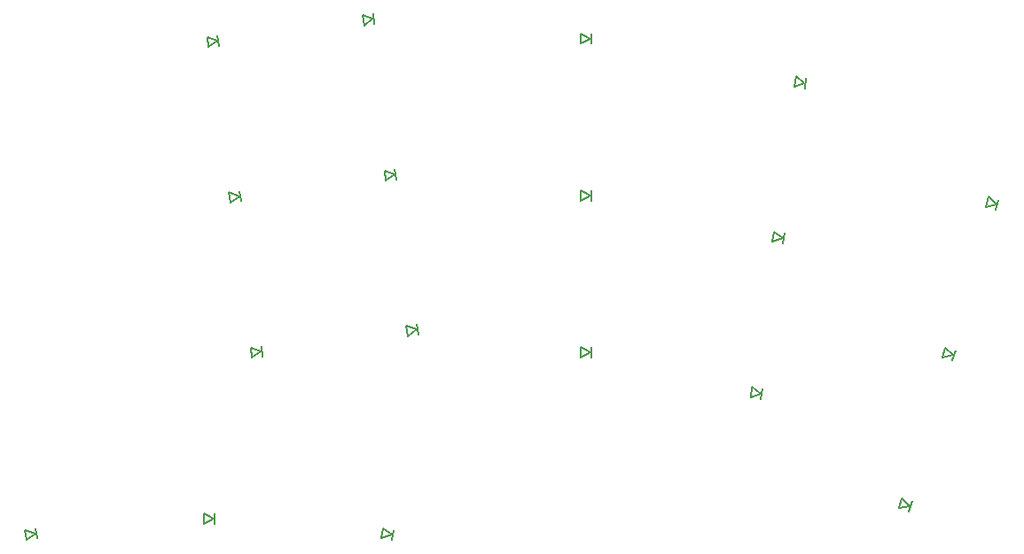
<source format=gbr>
G04 #@! TF.GenerationSoftware,KiCad,Pcbnew,(5.1.9)-1*
G04 #@! TF.CreationDate,2021-03-06T20:59:53-05:00*
G04 #@! TF.ProjectId,ya36,79613336-2e6b-4696-9361-645f70636258,rev?*
G04 #@! TF.SameCoordinates,Original*
G04 #@! TF.FileFunction,Legend,Bot*
G04 #@! TF.FilePolarity,Positive*
%FSLAX46Y46*%
G04 Gerber Fmt 4.6, Leading zero omitted, Abs format (unit mm)*
G04 Created by KiCad (PCBNEW (5.1.9)-1) date 2021-03-06 20:59:53*
%MOMM*%
%LPD*%
G01*
G04 APERTURE LIST*
%ADD10C,0.150000*%
G04 APERTURE END LIST*
D10*
X235909237Y-74231504D02*
X235770063Y-75221772D01*
X235770063Y-75221772D02*
X236730891Y-74851894D01*
X236730891Y-74851894D02*
X235909237Y-74231504D01*
X236899505Y-74370678D02*
X236760331Y-75360946D01*
X256406687Y-70896630D02*
X256131049Y-71857892D01*
X256131049Y-71857892D02*
X257134004Y-71625335D01*
X257134004Y-71625335D02*
X256406687Y-70896630D01*
X257367949Y-71172268D02*
X257092311Y-72133530D01*
X237996833Y-59377484D02*
X237857659Y-60367752D01*
X237857659Y-60367752D02*
X238818487Y-59997874D01*
X238818487Y-59997874D02*
X237996833Y-59377484D01*
X238987101Y-59516658D02*
X238847927Y-60506926D01*
X198715801Y-68370680D02*
X198854975Y-69360948D01*
X198854975Y-69360948D02*
X199676629Y-68740558D01*
X199676629Y-68740558D02*
X198715801Y-68370680D01*
X199706069Y-68231506D02*
X199845243Y-69221774D01*
X252272126Y-85315555D02*
X251996488Y-86276817D01*
X251996488Y-86276817D02*
X252999443Y-86044260D01*
X252999443Y-86044260D02*
X252272126Y-85315555D01*
X253233388Y-85591193D02*
X252957750Y-86552455D01*
X164407524Y-102745312D02*
X164581172Y-103730120D01*
X164581172Y-103730120D02*
X165380675Y-103081433D01*
X165380675Y-103081433D02*
X164407524Y-102745312D01*
X165392332Y-102571664D02*
X165565980Y-103556472D01*
X217500000Y-55250000D02*
X217500000Y-56250000D01*
X217500000Y-56250000D02*
X218400000Y-55750000D01*
X218400000Y-55750000D02*
X217500000Y-55250000D01*
X218500000Y-55250000D02*
X218500000Y-56250000D01*
X233821640Y-89085526D02*
X233682466Y-90075794D01*
X233682466Y-90075794D02*
X234643294Y-89705916D01*
X234643294Y-89705916D02*
X233821640Y-89085526D01*
X234811908Y-89224700D02*
X234672734Y-90214968D01*
X181774184Y-55604255D02*
X181913358Y-56594523D01*
X181913358Y-56594523D02*
X182735012Y-55974133D01*
X182735012Y-55974133D02*
X181774184Y-55604255D01*
X182764452Y-55465081D02*
X182903626Y-56455349D01*
X217500000Y-70250000D02*
X217500000Y-71250000D01*
X217500000Y-71250000D02*
X218400000Y-70750000D01*
X218400000Y-70750000D02*
X217500000Y-70250000D01*
X218500000Y-70250000D02*
X218500000Y-71250000D01*
X196628205Y-53516658D02*
X196767379Y-54506926D01*
X196767379Y-54506926D02*
X197589033Y-53886536D01*
X197589033Y-53886536D02*
X196628205Y-53516658D01*
X197618473Y-53377484D02*
X197757647Y-54367752D01*
X198607668Y-102571664D02*
X198434020Y-103556472D01*
X198434020Y-103556472D02*
X199407171Y-103220351D01*
X199407171Y-103220351D02*
X198607668Y-102571664D01*
X199592476Y-102745312D02*
X199418828Y-103730120D01*
X181500000Y-101162426D02*
X181500000Y-102162426D01*
X181500000Y-102162426D02*
X182400000Y-101662426D01*
X182400000Y-101662426D02*
X181500000Y-101162426D01*
X182500000Y-101162426D02*
X182500000Y-102162426D01*
X185949377Y-85312296D02*
X186088551Y-86302564D01*
X186088551Y-86302564D02*
X186910205Y-85682174D01*
X186910205Y-85682174D02*
X185949377Y-85312296D01*
X186939645Y-85173122D02*
X187078819Y-86163390D01*
X200803398Y-83224700D02*
X200942572Y-84214968D01*
X200942572Y-84214968D02*
X201764226Y-83594578D01*
X201764226Y-83594578D02*
X200803398Y-83224700D01*
X201793666Y-83085526D02*
X201932840Y-84075794D01*
X217500000Y-85250000D02*
X217500000Y-86250000D01*
X217500000Y-86250000D02*
X218400000Y-85750000D01*
X218400000Y-85750000D02*
X217500000Y-85250000D01*
X218500000Y-85250000D02*
X218500000Y-86250000D01*
X183861780Y-70458275D02*
X184000954Y-71448543D01*
X184000954Y-71448543D02*
X184822608Y-70828153D01*
X184822608Y-70828153D02*
X183861780Y-70458275D01*
X184852048Y-70319101D02*
X184991222Y-71309369D01*
X248137566Y-99734481D02*
X247861928Y-100695743D01*
X247861928Y-100695743D02*
X248864883Y-100463186D01*
X248864883Y-100463186D02*
X248137566Y-99734481D01*
X249098828Y-100010119D02*
X248823190Y-100971381D01*
M02*

</source>
